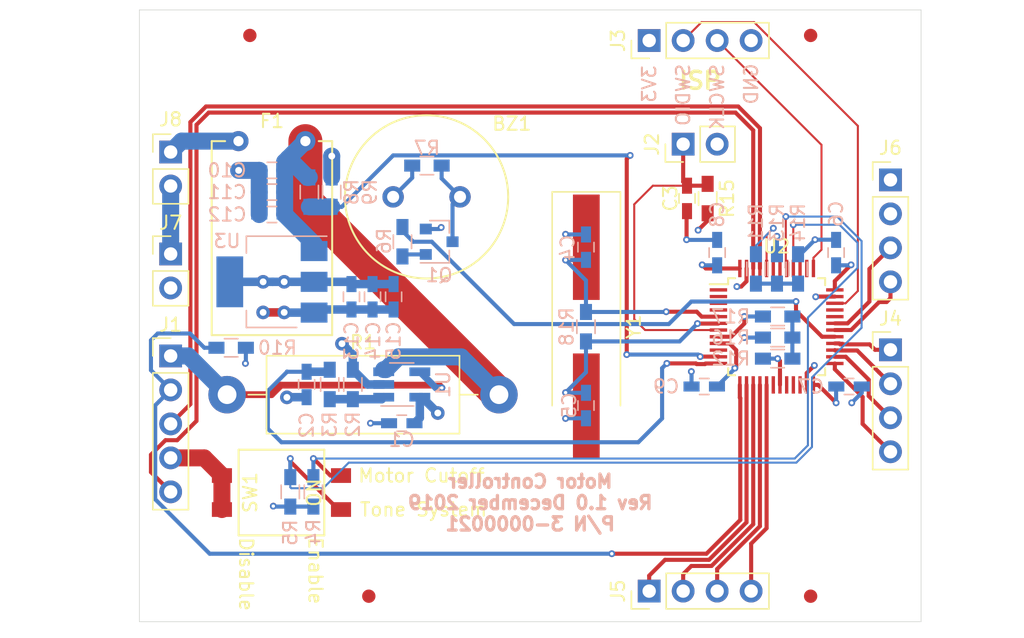
<source format=kicad_pcb>
(kicad_pcb (version 20171130) (host pcbnew "(5.1.7)-1")
  (title_block (title "Motor Paddle Electronics - NSSL EFM") (date 2019-12-03) (rev 1.0) (company "Leeman Geophysical LLC") (comment 1 "(479) 373-3736") (comment 2 "Siloam Springs, AR 72761") (comment 3 "850 South Lincoln St."))
  (layers (0 F.Cu signal) (1 In1.Cu signal hide) (2 In2.Cu signal hide) (31 B.Cu signal) (34 B.Paste user) (35 F.Paste user) (36 B.SilkS user) (37 F.SilkS user) (38 B.Mask user) (39 F.Mask user) (44 Edge.Cuts user))
  (net 0 "")
  (net 1 +3V3)
  (net 2 "Net-(BZ1-Pad2)")
  (net 3 GND)
  (net 4 Current_Sense)
  (net 5 /microcontroller/Reset)
  (net 6 "Net-(C4-Pad1)")
  (net 7 "Net-(C5-Pad1)")
  (net 8 +BATT)
  (net 9 "Net-(F1-Pad2)")
  (net 10 Motor_PWM)
  (net 11 Motor_Direction)
  (net 12 Motor_Encoder)
  (net 13 "Net-(J1-Pad1)")
  (net 14 /microcontroller/SWCLK)
  (net 15 /microcontroller/SWDIO)
  (net 16 "Net-(J4-Pad1)")
  (net 17 "Net-(J4-Pad2)")
  (net 18 "Net-(J4-Pad3)")
  (net 19 "Net-(J4-Pad4)")
  (net 20 "Net-(J5-Pad4)")
  (net 21 "Net-(J5-Pad3)")
  (net 22 "Net-(J5-Pad2)")
  (net 23 "Net-(J5-Pad1)")
  (net 24 UART1_TX)
  (net 25 UART1_RX)
  (net 26 "Net-(J7-Pad1)")
  (net 27 "Net-(Q1-Pad1)")
  (net 28 "Net-(R2-Pad1)")
  (net 29 Motor_Cutoff_Enable)
  (net 30 Tone_System_Enable)
  (net 31 Piezo)
  (net 32 VBAT_Sense)
  (net 33 "Net-(R11-Pad1)")
  (net 34 /microcontroller/Boot0)
  (net 35 /microcontroller/Boot1)
  (net 36 "Net-(R12-Pad1)")
  (module lib_fp:PS1240P02BT (layer F.Cu) (at 145.923 87.63)
    (fp_text reference BZ1 (at 6.37 -5.47) (layer F.SilkS))
    (fp_text value Piezo)
    (pad 1 thru_hole circle (at -2.5 0) (size 1.6 1.6) (drill 0.9) (layers *.Cu *.Mask) (net 1 +3V3))
    (pad 2 thru_hole circle (at 2.5 0) (size 1.6 1.6) (drill 0.9) (layers *.Cu *.Mask) (net 2 "Net-(BZ1-Pad2)"))
  )
  (module Capacitors_SMD:C_0603_HandSoldering (layer B.Cu) (at 144.0688 104.5464)
    (fp_text reference C1 (at 0 1.25) (layer B.SilkS) (effects (justify mirror)))
    (fp_text value 0.1u)
    (pad 1 smd rect (at -0.95 0) (size 1.2 0.75) (layers B.Cu B.Paste B.Mask) (net 3 GND))
    (pad 2 smd rect (at 0.95 0) (size 1.2 0.75) (layers B.Cu B.Paste B.Mask) (net 1 +3V3))
  )
  (module Capacitors_SMD:C_0603_HandSoldering (layer B.Cu) (at 136.9568 101.6508 90)
    (fp_text reference C2 (at -3.048 0 270) (layer B.SilkS) (effects (justify mirror)))
    (fp_text value 0.1u)
    (pad 1 smd rect (at -0.95 0 90) (size 1.2 0.75) (layers B.Cu B.Paste B.Mask) (net 3 GND))
    (pad 2 smd rect (at 0.95 0 90) (size 1.2 0.75) (layers B.Cu B.Paste B.Mask) (net 4 Current_Sense))
  )
  (module Capacitors_SMD:C_0603_HandSoldering (layer F.Cu) (at 165.387601 87.745599 90)
    (fp_text reference C3 (at 0 -1.25 90) (layer F.SilkS))
    (fp_text value 1u)
    (pad 1 smd rect (at -0.95 0 90) (size 1.2 0.75) (layers F.Cu F.Paste F.Mask) (net 3 GND))
    (pad 2 smd rect (at 0.95 0 90) (size 1.2 0.75) (layers F.Cu F.Paste F.Mask) (net 5 /microcontroller/Reset))
  )
  (module Capacitors_SMD:C_0603_HandSoldering (layer B.Cu) (at 157.8356 91.3892 90)
    (fp_text reference C4 (at -0.0508 -1.3716 90) (layer B.SilkS) (effects (justify mirror)))
    (fp_text value 20pF)
    (pad 2 smd rect (at 0.95 0 90) (size 1.2 0.75) (layers B.Cu B.Paste B.Mask) (net 3 GND))
    (pad 1 smd rect (at -0.95 0 90) (size 1.2 0.75) (layers B.Cu B.Paste B.Mask) (net 6 "Net-(C4-Pad1)"))
  )
  (module Capacitors_SMD:C_0603_HandSoldering (layer B.Cu) (at 157.8356 103.2256 270)
    (fp_text reference C5 (at 0 1.25 90) (layer B.SilkS) (effects (justify mirror)))
    (fp_text value 20pF)
    (pad 2 smd rect (at 0.95 0 270) (size 1.2 0.75) (layers B.Cu B.Paste B.Mask) (net 3 GND))
    (pad 1 smd rect (at -0.95 0 270) (size 1.2 0.75) (layers B.Cu B.Paste B.Mask) (net 7 "Net-(C5-Pad1)"))
  )
  (module Capacitors_SMD:C_0603_HandSoldering (layer B.Cu) (at 176.53 91.7956 90)
    (fp_text reference C6 (at 2.8956 0 90) (layer B.SilkS) (effects (justify mirror)))
    (fp_text value 0.1u)
    (pad 1 smd rect (at -0.95 0 90) (size 1.2 0.75) (layers B.Cu B.Paste B.Mask) (net 1 +3V3))
    (pad 2 smd rect (at 0.95 0 90) (size 1.2 0.75) (layers B.Cu B.Paste B.Mask) (net 3 GND))
  )
  (module Capacitors_SMD:C_0603_HandSoldering (layer B.Cu) (at 177.4952 101.8032)
    (fp_text reference C7 (at -2.8448 0) (layer B.SilkS) (effects (justify mirror)))
    (fp_text value 0.1u)
    (pad 2 smd rect (at 0.95 0) (size 1.2 0.75) (layers B.Cu B.Paste B.Mask) (net 3 GND))
    (pad 1 smd rect (at -0.95 0) (size 1.2 0.75) (layers B.Cu B.Paste B.Mask) (net 1 +3V3))
  )
  (module Capacitors_SMD:C_0603_HandSoldering (layer B.Cu) (at 167.64 91.7956 90)
    (fp_text reference C8 (at 2.8448 0 90) (layer B.SilkS) (effects (justify mirror)))
    (fp_text value 0.1u)
    (pad 1 smd rect (at -0.95 0 90) (size 1.2 0.75) (layers B.Cu B.Paste B.Mask) (net 1 +3V3))
    (pad 2 smd rect (at 0.95 0 90) (size 1.2 0.75) (layers B.Cu B.Paste B.Mask) (net 3 GND))
  )
  (module Capacitors_SMD:C_0603_HandSoldering (layer B.Cu) (at 166.6748 101.8032 180)
    (fp_text reference C9 (at 2.8448 0) (layer B.SilkS) (effects (justify mirror)))
    (fp_text value 0.1u)
    (pad 2 smd rect (at 0.95 0 180) (size 1.2 0.75) (layers B.Cu B.Paste B.Mask) (net 3 GND))
    (pad 1 smd rect (at -0.95 0 180) (size 1.2 0.75) (layers B.Cu B.Paste B.Mask) (net 1 +3V3))
  )
  (module Capacitors_SMD:C_0603_HandSoldering (layer B.Cu) (at 134.366 85.6488 180)
    (fp_text reference C10 (at 3.3528 0) (layer B.SilkS) (effects (justify mirror)))
    (fp_text value 10u)
    (pad 2 smd rect (at 0.95 0 180) (size 1.2 0.75) (layers B.Cu B.Paste B.Mask) (net 3 GND))
    (pad 1 smd rect (at -0.95 0 180) (size 1.2 0.75) (layers B.Cu B.Paste B.Mask) (net 8 +BATT))
  )
  (module Capacitors_SMD:C_0603_HandSoldering (layer B.Cu) (at 134.366 87.2744 180)
    (fp_text reference C11 (at 3.3528 0) (layer B.SilkS) (effects (justify mirror)))
    (fp_text value 1u)
    (pad 1 smd rect (at -0.95 0 180) (size 1.2 0.75) (layers B.Cu B.Paste B.Mask) (net 8 +BATT))
    (pad 2 smd rect (at 0.95 0 180) (size 1.2 0.75) (layers B.Cu B.Paste B.Mask) (net 3 GND))
  )
  (module Capacitors_SMD:C_0603_HandSoldering (layer B.Cu) (at 134.366 88.9508 180)
    (fp_text reference C12 (at 3.3528 0) (layer B.SilkS) (effects (justify mirror)))
    (fp_text value 0.1u)
    (pad 2 smd rect (at 0.95 0 180) (size 1.2 0.75) (layers B.Cu B.Paste B.Mask) (net 3 GND))
    (pad 1 smd rect (at -0.95 0 180) (size 1.2 0.75) (layers B.Cu B.Paste B.Mask) (net 8 +BATT))
  )
  (module Capacitors_SMD:C_0603_HandSoldering (layer B.Cu) (at 140.3096 95.0976 90)
    (fp_text reference C13 (at -3.302 0 270) (layer B.SilkS) (effects (justify mirror)))
    (fp_text value 10u)
    (pad 2 smd rect (at 0.95 0 90) (size 1.2 0.75) (layers B.Cu B.Paste B.Mask) (net 3 GND))
    (pad 1 smd rect (at -0.95 0 90) (size 1.2 0.75) (layers B.Cu B.Paste B.Mask) (net 1 +3V3))
  )
  (module Capacitors_SMD:C_0603_HandSoldering (layer B.Cu) (at 141.8844 95.0976 90)
    (fp_text reference C14 (at -3.302 0.0508 90) (layer B.SilkS) (effects (justify mirror)))
    (fp_text value 1u)
    (pad 1 smd rect (at -0.95 0 90) (size 1.2 0.75) (layers B.Cu B.Paste B.Mask) (net 1 +3V3))
    (pad 2 smd rect (at 0.95 0 90) (size 1.2 0.75) (layers B.Cu B.Paste B.Mask) (net 3 GND))
  )
  (module Capacitors_SMD:C_0603_HandSoldering (layer B.Cu) (at 143.4592 95.0976 90)
    (fp_text reference C15 (at -3.302 0 90) (layer B.SilkS) (effects (justify mirror)))
    (fp_text value 0.1u)
    (pad 2 smd rect (at 0.95 0 90) (size 1.2 0.75) (layers B.Cu B.Paste B.Mask) (net 3 GND))
    (pad 1 smd rect (at -0.95 0 90) (size 1.2 0.75) (layers B.Cu B.Paste B.Mask) (net 1 +3V3))
  )
  (module lib_fp:RGEF250 (layer F.Cu) (at 134.366 83.4644 180)
    (fp_text reference F1 (at 0 1.5) (layer F.SilkS))
    (fp_text value Polyfuse)
    (pad 1 thru_hole circle (at -2.5 0 180) (size 1.5 1.5) (drill 0.7605) (layers *.Cu *.Mask) (net 8 +BATT))
    (pad 2 thru_hole circle (at 2.5 0 180) (size 1.5 1.5) (drill 0.7605) (layers *.Cu *.Mask) (net 9 "Net-(F1-Pad2)"))
  )
  (module Fiducials:Fiducial_1mm_Dia_2.54mm_Outer_CopperTop (layer F.Cu) (at 132.715 75.565)
    (fp_text reference FID1 hide)
    (fp_text value Fiducial)
    (pad ~ smd circle (at 0 0) (size 1 1) (layers F.Cu F.Mask) (clearance 0.77))
  )
  (module Fiducials:Fiducial_1mm_Dia_2.54mm_Outer_CopperTop (layer F.Cu) (at 174.625 75.565)
    (fp_text reference FID2 hide)
    (fp_text value Fiducial)
    (pad ~ smd circle (at 0 0) (size 1 1) (layers F.Cu F.Mask) (clearance 0.77))
  )
  (module Fiducials:Fiducial_1mm_Dia_2.54mm_Outer_CopperTop (layer F.Cu) (at 174.625 117.475)
    (fp_text reference FID3 hide)
    (fp_text value Fiducial)
    (pad ~ smd circle (at 0 0) (size 1 1) (layers F.Cu F.Mask) (clearance 0.77))
  )
  (module Fiducials:Fiducial_1mm_Dia_2.54mm_Outer_CopperTop (layer F.Cu) (at 141.605 117.475)
    (fp_text reference FID4 hide)
    (fp_text value Fiducial)
    (pad ~ smd circle (at 0 0) (size 1 1) (layers F.Cu F.Mask) (clearance 0.77))
  )
  (module Mounting_Holes:MountingHole_3.2mm_M3_ISO7380 (layer F.Cu) (at 179.07 115.57)
    (fp_text reference H1 hide)
    (fp_text value MountingHole)
    (pad 1 np_thru_hole circle (at 0 0) (size 3.2 3.2) (drill 3.2) (layers *.Cu *.Mask))
  )
  (module Mounting_Holes:MountingHole_3.2mm_M3_ISO7380 (layer F.Cu) (at 128.27 115.57)
    (fp_text reference H2 hide)
    (fp_text value MountingHole)
    (pad 1 np_thru_hole circle (at 0 0) (size 3.2 3.2) (drill 3.2) (layers *.Cu *.Mask))
  )
  (module Mounting_Holes:MountingHole_3.2mm_M3_ISO7380 (layer F.Cu) (at 179.07 77.47)
    (fp_text reference H3 hide)
    (fp_text value MountingHole)
    (pad 1 np_thru_hole circle (at 0 0) (size 3.2 3.2) (drill 3.2) (layers *.Cu *.Mask))
  )
  (module Mounting_Holes:MountingHole_3.2mm_M3_ISO7380 (layer F.Cu) (at 128.27 77.47)
    (fp_text reference H4 hide)
    (fp_text value MountingHole)
    (pad 1 np_thru_hole circle (at 0 0) (size 3.2 3.2) (drill 3.2) (layers *.Cu *.Mask))
  )
  (module Pin_Headers:Pin_Header_Straight_1x05_Pitch2.54mm (layer F.Cu) (at 126.7968 99.5172)
    (fp_text reference J1 (at 0 -2.33) (layer F.SilkS))
    (fp_text value Motor)
    (pad 5 thru_hole oval (at 0 10.16) (size 1.7 1.7) (drill 1) (layers *.Cu *.Mask) (net 10 Motor_PWM))
    (pad 4 thru_hole oval (at 0 7.62) (size 1.7 1.7) (drill 1) (layers *.Cu *.Mask) (net 3 GND))
    (pad 3 thru_hole oval (at 0 5.08) (size 1.7 1.7) (drill 1) (layers *.Cu *.Mask) (net 11 Motor_Direction))
    (pad 2 thru_hole oval (at 0 2.54) (size 1.7 1.7) (drill 1) (layers *.Cu *.Mask) (net 12 Motor_Encoder))
    (pad 1 thru_hole rect (at 0 0) (size 1.7 1.7) (drill 1) (layers *.Cu *.Mask) (net 13 "Net-(J1-Pad1)"))
  )
  (module Pin_Headers:Pin_Header_Straight_1x02_Pitch2.54mm (layer F.Cu) (at 165.1 83.693 90)
    (fp_text reference J2 (at 0 -2.33 90) (layer F.SilkS))
    (fp_text value Conn_01x02)
    (pad 2 thru_hole oval (at 0 2.54 90) (size 1.7 1.7) (drill 1) (layers *.Cu *.Mask) (net 3 GND))
    (pad 1 thru_hole rect (at 0 0 90) (size 1.7 1.7) (drill 1) (layers *.Cu *.Mask) (net 5 /microcontroller/Reset))
  )
  (module Pin_Headers:Pin_Header_Straight_1x04_Pitch2.54mm (layer F.Cu) (at 162.56 75.946 90)
    (fp_text reference J3 (at 0 -2.33 90) (layer F.SilkS))
    (fp_text value ISP)
    (pad 4 thru_hole oval (at 0 7.62 90) (size 1.7 1.7) (drill 1) (layers *.Cu *.Mask) (net 3 GND))
    (pad 3 thru_hole oval (at 0 5.08 90) (size 1.7 1.7) (drill 1) (layers *.Cu *.Mask) (net 14 /microcontroller/SWCLK))
    (pad 2 thru_hole oval (at 0 2.54 90) (size 1.7 1.7) (drill 1) (layers *.Cu *.Mask) (net 15 /microcontroller/SWDIO))
    (pad 1 thru_hole rect (at 0 0 90) (size 1.7 1.7) (drill 1) (layers *.Cu *.Mask) (net 1 +3V3))
  )
  (module Pin_Headers:Pin_Header_Straight_1x04_Pitch2.54mm (layer F.Cu) (at 180.594 99.06)
    (fp_text reference J4 (at 0 -2.33) (layer F.SilkS))
    (fp_text value "Spares 2")
    (pad 1 thru_hole rect (at 0 0) (size 1.7 1.7) (drill 1) (layers *.Cu *.Mask) (net 16 "Net-(J4-Pad1)"))
    (pad 2 thru_hole oval (at 0 2.54) (size 1.7 1.7) (drill 1) (layers *.Cu *.Mask) (net 17 "Net-(J4-Pad2)"))
    (pad 3 thru_hole oval (at 0 5.08) (size 1.7 1.7) (drill 1) (layers *.Cu *.Mask) (net 18 "Net-(J4-Pad3)"))
    (pad 4 thru_hole oval (at 0 7.62) (size 1.7 1.7) (drill 1) (layers *.Cu *.Mask) (net 19 "Net-(J4-Pad4)"))
  )
  (module Pin_Headers:Pin_Header_Straight_1x04_Pitch2.54mm (layer F.Cu) (at 162.56 117.094 90)
    (fp_text reference J5 (at 0 -2.33 90) (layer F.SilkS))
    (fp_text value "Spares 1")
    (pad 4 thru_hole oval (at 0 7.62 90) (size 1.7 1.7) (drill 1) (layers *.Cu *.Mask) (net 20 "Net-(J5-Pad4)"))
    (pad 3 thru_hole oval (at 0 5.08 90) (size 1.7 1.7) (drill 1) (layers *.Cu *.Mask) (net 21 "Net-(J5-Pad3)"))
    (pad 2 thru_hole oval (at 0 2.54 90) (size 1.7 1.7) (drill 1) (layers *.Cu *.Mask) (net 22 "Net-(J5-Pad2)"))
    (pad 1 thru_hole rect (at 0 0 90) (size 1.7 1.7) (drill 1) (layers *.Cu *.Mask) (net 23 "Net-(J5-Pad1)"))
  )
  (module Pin_Headers:Pin_Header_Straight_1x04_Pitch2.54mm (layer F.Cu) (at 180.594 86.36)
    (fp_text reference J6 (at 0 -2.3876) (layer F.SilkS))
    (fp_text value UART1)
    (pad 1 thru_hole rect (at 0 0) (size 1.7 1.7) (drill 1) (layers *.Cu *.Mask) (net 3 GND))
    (pad 2 thru_hole oval (at 0 2.54) (size 1.7 1.7) (drill 1) (layers *.Cu *.Mask))
    (pad 3 thru_hole oval (at 0 5.08) (size 1.7 1.7) (drill 1) (layers *.Cu *.Mask) (net 25 UART1_RX))
    (pad 4 thru_hole oval (at 0 7.62) (size 1.7 1.7) (drill 1) (layers *.Cu *.Mask) (net 24 UART1_TX))
  )
  (module Pin_Headers:Pin_Header_Straight_1x02_Pitch2.54mm (layer F.Cu) (at 126.7968 91.8972)
    (fp_text reference J7 (at 0 -2.33) (layer F.SilkS))
    (fp_text value Battery)
    (pad 1 thru_hole rect (at 0 0) (size 1.7 1.7) (drill 1) (layers *.Cu *.Mask) (net 26 "Net-(J7-Pad1)"))
    (pad 2 thru_hole oval (at 0 2.54) (size 1.7 1.7) (drill 1) (layers *.Cu *.Mask) (net 3 GND))
  )
  (module Pin_Headers:Pin_Header_Straight_1x02_Pitch2.54mm (layer F.Cu) (at 126.7968 84.2772)
    (fp_text reference J8 (at 0 -2.4384) (layer F.SilkS))
    (fp_text value "External Power Switch")
    (pad 2 thru_hole oval (at 0 2.54) (size 1.7 1.7) (drill 1) (layers *.Cu *.Mask) (net 26 "Net-(J7-Pad1)"))
    (pad 1 thru_hole rect (at 0 0) (size 1.7 1.7) (drill 1) (layers *.Cu *.Mask) (net 9 "Net-(F1-Pad2)"))
  )
  (module TO_SOT_Packages_SMD:SOT-23 (layer B.Cu) (at 146.8628 90.9828)
    (fp_text reference Q1 (at 0 2.5) (layer B.SilkS) (effects (justify mirror)))
    (fp_text value MMBT3904)
    (pad 3 smd rect (at 1 0) (size 0.9 0.8) (layers B.Cu B.Paste B.Mask) (net 2 "Net-(BZ1-Pad2)"))
    (pad 2 smd rect (at -1 -0.95) (size 0.9 0.8) (layers B.Cu B.Paste B.Mask) (net 3 GND))
    (pad 1 smd rect (at -1 0.95) (size 0.9 0.8) (layers B.Cu B.Paste B.Mask) (net 27 "Net-(Q1-Pad1)"))
  )
  (module Resistors_THT:R_Axial_DIN0614_L14.3mm_D5.7mm_P20.32mm_Horizontal (layer F.Cu) (at 131.0132 102.4128)
    (fp_text reference R1 (at 10.16 -3.91) (layer F.SilkS))
    (fp_text value 1)
    (pad 2 thru_hole oval (at 20.32 0) (size 2.8 2.8) (drill 1.4) (layers *.Cu *.Mask) (net 8 +BATT))
    (pad 1 thru_hole circle (at 0 0) (size 2.8 2.8) (drill 1.4) (layers *.Cu *.Mask) (net 13 "Net-(J1-Pad1)"))
  )
  (module Resistors_SMD:R_0603_HandSoldering (layer B.Cu) (at 140.4112 101.6508 90)
    (fp_text reference R2 (at -2.9972 0 270) (layer B.SilkS) (effects (justify mirror)))
    (fp_text value 10k)
    (pad 2 smd rect (at 1.1 0 90) (size 1.2 0.9) (layers B.Cu B.Paste B.Mask) (net 3 GND))
    (pad 1 smd rect (at -1.1 0 90) (size 1.2 0.9) (layers B.Cu B.Paste B.Mask) (net 28 "Net-(R2-Pad1)"))
  )
  (module Resistors_SMD:R_0603_HandSoldering (layer B.Cu) (at 138.684 101.6508 90)
    (fp_text reference R3 (at -2.9972 0 270) (layer B.SilkS) (effects (justify mirror)))
    (fp_text value 1M)
    (pad 1 smd rect (at -1.1 0 90) (size 1.2 0.9) (layers B.Cu B.Paste B.Mask) (net 28 "Net-(R2-Pad1)"))
    (pad 2 smd rect (at 1.1 0 90) (size 1.2 0.9) (layers B.Cu B.Paste B.Mask) (net 4 Current_Sense))
  )
  (module Resistors_SMD:R_0603_HandSoldering (layer B.Cu) (at 137.4648 109.6772 90)
    (fp_text reference R4 (at -2.9972 0 90) (layer B.SilkS) (effects (justify mirror)))
    (fp_text value 10k)
    (pad 1 smd rect (at -1.1 0 90) (size 1.2 0.9) (layers B.Cu B.Paste B.Mask) (net 1 +3V3))
    (pad 2 smd rect (at 1.1 0 90) (size 1.2 0.9) (layers B.Cu B.Paste B.Mask) (net 29 Motor_Cutoff_Enable))
  )
  (module Resistors_SMD:R_0603_HandSoldering (layer B.Cu) (at 135.7376 109.6772 90)
    (fp_text reference R5 (at -3.048 0 90) (layer B.SilkS) (effects (justify mirror)))
    (fp_text value 10k)
    (pad 2 smd rect (at 1.1 0 90) (size 1.2 0.9) (layers B.Cu B.Paste B.Mask) (net 30 Tone_System_Enable))
    (pad 1 smd rect (at -1.1 0 90) (size 1.2 0.9) (layers B.Cu B.Paste B.Mask) (net 1 +3V3))
  )
  (module Resistors_SMD:R_0603_HandSoldering (layer B.Cu) (at 144.1196 90.9828 90)
    (fp_text reference R6 (at 0.0508 -1.3716 90) (layer B.SilkS) (effects (justify mirror)))
    (fp_text value 1k)
    (pad 2 smd rect (at 1.1 0 90) (size 1.2 0.9) (layers B.Cu B.Paste B.Mask) (net 31 Piezo))
    (pad 1 smd rect (at -1.1 0 90) (size 1.2 0.9) (layers B.Cu B.Paste B.Mask) (net 27 "Net-(Q1-Pad1)"))
  )
  (module Resistors_SMD:R_0603_HandSoldering (layer B.Cu) (at 145.9484 85.2932)
    (fp_text reference R7 (at 0 -1.3208) (layer B.SilkS) (effects (justify mirror)))
    (fp_text value 1k)
    (pad 1 smd rect (at -1.1 0) (size 1.2 0.9) (layers B.Cu B.Paste B.Mask) (net 1 +3V3))
    (pad 2 smd rect (at 1.1 0) (size 1.2 0.9) (layers B.Cu B.Paste B.Mask) (net 2 "Net-(BZ1-Pad2)"))
  )
  (module Resistors_SMD:R_0603_HandSoldering (layer B.Cu) (at 137.16 87.2744 270)
    (fp_text reference R8 (at 0 -3.1496 90) (layer B.SilkS) (effects (justify mirror)))
    (fp_text value 27k)
    (pad 1 smd rect (at -1.1 0 270) (size 1.2 0.9) (layers B.Cu B.Paste B.Mask) (net 8 +BATT))
    (pad 2 smd rect (at 1.1 0 270) (size 1.2 0.9) (layers B.Cu B.Paste B.Mask) (net 32 VBAT_Sense))
  )
  (module Resistors_SMD:R_0603_HandSoldering (layer B.Cu) (at 138.828599 87.275399 90)
    (fp_text reference R9 (at 0.000999 2.852601 90) (layer B.SilkS) (effects (justify mirror)))
    (fp_text value 10k)
    (pad 2 smd rect (at 1.1 0 90) (size 1.2 0.9) (layers B.Cu B.Paste B.Mask) (net 3 GND))
    (pad 1 smd rect (at -1.1 0 90) (size 1.2 0.9) (layers B.Cu B.Paste B.Mask) (net 32 VBAT_Sense))
  )
  (module Resistors_SMD:R_0603_HandSoldering (layer B.Cu) (at 131.318 98.9076 180)
    (fp_text reference R10 (at -3.4544 0) (layer B.SilkS) (effects (justify mirror)))
    (fp_text value NP)
    (pad 2 smd rect (at 1.1 0 180) (size 1.2 0.9) (layers B.Cu B.Paste B.Mask) (net 12 Motor_Encoder))
    (pad 1 smd rect (at -1.1 0 180) (size 1.2 0.9) (layers B.Cu B.Paste B.Mask) (net 1 +3V3))
  )
  (module Resistors_SMD:R_0603_HandSoldering (layer B.Cu) (at 170.5356 93.0148 90)
    (fp_text reference R11 (at 3.4544 0 90) (layer B.SilkS) (effects (justify mirror)))
    (fp_text value 100k)
    (pad 1 smd rect (at -1.1 0 90) (size 1.2 0.9) (layers B.Cu B.Paste B.Mask) (net 33 "Net-(R11-Pad1)"))
    (pad 2 smd rect (at 1.1 0 90) (size 1.2 0.9) (layers B.Cu B.Paste B.Mask) (net 34 /microcontroller/Boot0))
  )
  (module Resistors_SMD:R_0603_HandSoldering (layer B.Cu) (at 172.1612 99.7204 180)
    (fp_text reference R12 (at 3.5052 0) (layer B.SilkS) (effects (justify mirror)))
    (fp_text value 100k)
    (pad 2 smd rect (at 1.1 0 180) (size 1.2 0.9) (layers B.Cu B.Paste B.Mask) (net 35 /microcontroller/Boot1))
    (pad 1 smd rect (at -1.1 0 180) (size 1.2 0.9) (layers B.Cu B.Paste B.Mask) (net 36 "Net-(R12-Pad1)"))
  )
  (module Resistors_SMD:R_0603_HandSoldering (layer B.Cu) (at 172.1104 93.0148 90)
    (fp_text reference R13 (at 3.4544 0 90) (layer B.SilkS) (effects (justify mirror)))
    (fp_text value NP)
    (pad 2 smd rect (at 1.1 0 90) (size 1.2 0.9) (layers B.Cu B.Paste B.Mask) (net 1 +3V3))
    (pad 1 smd rect (at -1.1 0 90) (size 1.2 0.9) (layers B.Cu B.Paste B.Mask) (net 33 "Net-(R11-Pad1)"))
  )
  (module Resistors_SMD:R_0603_HandSoldering (layer B.Cu) (at 173.6852 93.0148 270)
    (fp_text reference R14 (at -3.4544 0 90) (layer B.SilkS) (effects (justify mirror)))
    (fp_text value 0R0)
    (pad 2 smd rect (at 1.1 0 270) (size 1.2 0.9) (layers B.Cu B.Paste B.Mask) (net 33 "Net-(R11-Pad1)"))
    (pad 1 smd rect (at -1.1 0 270) (size 1.2 0.9) (layers B.Cu B.Paste B.Mask) (net 3 GND))
  )
  (module Resistors_SMD:R_0603_HandSoldering (layer F.Cu) (at 166.9288 87.757 270)
    (fp_text reference R15 (at 0 -1.45 90) (layer F.SilkS))
    (fp_text value 10k)
    (pad 2 smd rect (at 1.1 0 270) (size 1.2 0.9) (layers F.Cu F.Paste F.Mask) (net 1 +3V3))
    (pad 1 smd rect (at -1.1 0 270) (size 1.2 0.9) (layers F.Cu F.Paste F.Mask) (net 5 /microcontroller/Reset))
  )
  (module Resistors_SMD:R_0603_HandSoldering (layer B.Cu) (at 172.1612 98.1456 180)
    (fp_text reference R16 (at 3.5052 0) (layer B.SilkS) (effects (justify mirror)))
    (fp_text value NP)
    (pad 1 smd rect (at -1.1 0 180) (size 1.2 0.9) (layers B.Cu B.Paste B.Mask) (net 36 "Net-(R12-Pad1)"))
    (pad 2 smd rect (at 1.1 0 180) (size 1.2 0.9) (layers B.Cu B.Paste B.Mask) (net 1 +3V3))
  )
  (module Resistors_SMD:R_0603_HandSoldering (layer B.Cu) (at 172.1612 96.5708)
    (fp_text reference R17 (at -3.5052 0) (layer B.SilkS) (effects (justify mirror)))
    (fp_text value 0R0)
    (pad 1 smd rect (at -1.1 0) (size 1.2 0.9) (layers B.Cu B.Paste B.Mask) (net 3 GND))
    (pad 2 smd rect (at 1.1 0) (size 1.2 0.9) (layers B.Cu B.Paste B.Mask) (net 36 "Net-(R12-Pad1)"))
  )
  (module Resistors_SMD:R_0603_HandSoldering (layer B.Cu) (at 157.8356 97.3328 270)
    (fp_text reference R18 (at 0 1.45 90) (layer B.SilkS) (effects (justify mirror)))
    (fp_text value 1M)
    (pad 1 smd rect (at -1.1 0 270) (size 1.2 0.9) (layers B.Cu B.Paste B.Mask) (net 6 "Net-(C4-Pad1)"))
    (pad 2 smd rect (at 1.1 0 270) (size 1.2 0.9) (layers B.Cu B.Paste B.Mask) (net 7 "Net-(C5-Pad1)"))
  )
  (module lib_fp:KAE02LGGR (layer F.Cu) (at 135.0772 109.728 270)
    (fp_text reference SW1 (at 0 2.3368 270) (layer F.SilkS))
    (fp_text value Configuration)
    (fp_text user ON (at 0 -2.4384 90) (layer F.SilkS))
    (pad 1 smd rect (at -1.27 4.45 270) (size 1.1 1.5) (layers F.Cu F.Paste F.Mask) (net 3 GND))
    (pad 2 smd rect (at 1.27 4.45 270) (size 1.1 1.5) (layers F.Cu F.Paste F.Mask) (net 3 GND))
    (pad 3 smd rect (at 1.27 -4.45 270) (size 1.1 1.5) (layers F.Cu F.Paste F.Mask) (net 30 Tone_System_Enable))
    (pad 4 smd rect (at -1.27 -4.45 270) (size 1.1 1.5) (layers F.Cu F.Paste F.Mask) (net 29 Motor_Cutoff_Enable))
  )
  (module TO_SOT_Packages_SMD:SOT-23-5_HandSoldering (layer B.Cu) (at 144.0688 101.6508)
    (fp_text reference U1 (at 3.0988 0 270) (layer B.SilkS) (effects (justify mirror)))
    (fp_text value INA169)
    (pad 5 smd rect (at 1.35 0.95) (size 1.56 0.65) (layers B.Cu B.Paste B.Mask) (net 1 +3V3))
    (pad 4 smd rect (at 1.35 -0.95) (size 1.56 0.65) (layers B.Cu B.Paste B.Mask) (net 13 "Net-(J1-Pad1)"))
    (pad 3 smd rect (at -1.35 -0.95) (size 1.56 0.65) (layers B.Cu B.Paste B.Mask) (net 8 +BATT))
    (pad 2 smd rect (at -1.35 0) (size 1.56 0.65) (layers B.Cu B.Paste B.Mask) (net 3 GND))
    (pad 1 smd rect (at -1.35 0.95) (size 1.56 0.65) (layers B.Cu B.Paste B.Mask) (net 28 "Net-(R2-Pad1)"))
  )
  (module Housings_QFP:LQFP-48_7x7mm_Pitch0.5mm (layer F.Cu) (at 172.085 97.3328)
    (fp_text reference U2 (at 0 -6) (layer F.SilkS))
    (fp_text value STM32F103CBT6)
    (pad 48 smd rect (at -2.75 -4.35 90) (size 1.3 0.25) (layers F.Cu F.Paste F.Mask) (net 1 +3V3))
    (pad 47 smd rect (at -2.25 -4.35 90) (size 1.3 0.25) (layers F.Cu F.Paste F.Mask) (net 3 GND))
    (pad 46 smd rect (at -1.75 -4.35 90) (size 1.3 0.25) (layers F.Cu F.Paste F.Mask) (net 10 Motor_PWM))
    (pad 45 smd rect (at -1.25 -4.35 90) (size 1.3 0.25) (layers F.Cu F.Paste F.Mask) (net 11 Motor_Direction))
    (pad 44 smd rect (at -0.75 -4.35 90) (size 1.3 0.25) (layers F.Cu F.Paste F.Mask) (net 34 /microcontroller/Boot0))
    (pad 43 smd rect (at -0.25 -4.35 90) (size 1.3 0.25) (layers F.Cu F.Paste F.Mask))
    (pad 42 smd rect (at 0.25 -4.35 90) (size 1.3 0.25) (layers F.Cu F.Paste F.Mask))
    (pad 41 smd rect (at 0.75 -4.35 90) (size 1.3 0.25) (layers F.Cu F.Paste F.Mask) (net 30 Tone_System_Enable))
    (pad 40 smd rect (at 1.25 -4.35 90) (size 1.3 0.25) (layers F.Cu F.Paste F.Mask) (net 29 Motor_Cutoff_Enable))
    (pad 39 smd rect (at 1.75 -4.35 90) (size 1.3 0.25) (layers F.Cu F.Paste F.Mask))
    (pad 38 smd rect (at 2.25 -4.35 90) (size 1.3 0.25) (layers F.Cu F.Paste F.Mask))
    (pad 37 smd rect (at 2.75 -4.35 90) (size 1.3 0.25) (layers F.Cu F.Paste F.Mask) (net 14 /microcontroller/SWCLK))
    (pad 36 smd rect (at 4.35 -2.75) (size 1.3 0.25) (layers F.Cu F.Paste F.Mask) (net 1 +3V3))
    (pad 35 smd rect (at 4.35 -2.25) (size 1.3 0.25) (layers F.Cu F.Paste F.Mask) (net 3 GND))
    (pad 34 smd rect (at 4.35 -1.75) (size 1.3 0.25) (layers F.Cu F.Paste F.Mask) (net 15 /microcontroller/SWDIO))
    (pad 33 smd rect (at 4.35 -1.25) (size 1.3 0.25) (layers F.Cu F.Paste F.Mask))
    (pad 32 smd rect (at 4.35 -0.75) (size 1.3 0.25) (layers F.Cu F.Paste F.Mask))
    (pad 31 smd rect (at 4.35 -0.25) (size 1.3 0.25) (layers F.Cu F.Paste F.Mask) (net 25 UART1_RX))
    (pad 30 smd rect (at 4.35 0.25) (size 1.3 0.25) (layers F.Cu F.Paste F.Mask) (net 24 UART1_TX))
    (pad 29 smd rect (at 4.35 0.75) (size 1.3 0.25) (layers F.Cu F.Paste F.Mask) (net 31 Piezo))
    (pad 28 smd rect (at 4.35 1.25) (size 1.3 0.25) (layers F.Cu F.Paste F.Mask) (net 16 "Net-(J4-Pad1)"))
    (pad 27 smd rect (at 4.35 1.75) (size 1.3 0.25) (layers F.Cu F.Paste F.Mask) (net 17 "Net-(J4-Pad2)"))
    (pad 26 smd rect (at 4.35 2.25) (size 1.3 0.25) (layers F.Cu F.Paste F.Mask) (net 18 "Net-(J4-Pad3)"))
    (pad 25 smd rect (at 4.35 2.75) (size 1.3 0.25) (layers F.Cu F.Paste F.Mask) (net 19 "Net-(J4-Pad4)"))
    (pad 24 smd rect (at 2.75 4.35 90) (size 1.3 0.25) (layers F.Cu F.Paste F.Mask) (net 1 +3V3))
    (pad 23 smd rect (at 2.25 4.35 90) (size 1.3 0.25) (layers F.Cu F.Paste F.Mask) (net 3 GND))
    (pad 22 smd rect (at 1.75 4.35 90) (size 1.3 0.25) (layers F.Cu F.Paste F.Mask))
    (pad 21 smd rect (at 1.25 4.35 90) (size 1.3 0.25) (layers F.Cu F.Paste F.Mask))
    (pad 20 smd rect (at 0.75 4.35 90) (size 1.3 0.25) (layers F.Cu F.Paste F.Mask))
    (pad 19 smd rect (at 0.25 4.35 90) (size 1.3 0.25) (layers F.Cu F.Paste F.Mask) (net 35 /microcontroller/Boot1))
    (pad 18 smd rect (at -0.25 4.35 90) (size 1.3 0.25) (layers F.Cu F.Paste F.Mask))
    (pad 17 smd rect (at -0.75 4.35 90) (size 1.3 0.25) (layers F.Cu F.Paste F.Mask) (net 20 "Net-(J5-Pad4)"))
    (pad 16 smd rect (at -1.25 4.35 90) (size 1.3 0.25) (layers F.Cu F.Paste F.Mask) (net 21 "Net-(J5-Pad3)"))
    (pad 15 smd rect (at -1.75 4.35 90) (size 1.3 0.25) (layers F.Cu F.Paste F.Mask) (net 22 "Net-(J5-Pad2)"))
    (pad 14 smd rect (at -2.25 4.35 90) (size 1.3 0.25) (layers F.Cu F.Paste F.Mask) (net 23 "Net-(J5-Pad1)"))
    (pad 13 smd rect (at -2.75 4.35 90) (size 1.3 0.25) (layers F.Cu F.Paste F.Mask) (net 12 Motor_Encoder))
    (pad 12 smd rect (at -4.35 2.75) (size 1.3 0.25) (layers F.Cu F.Paste F.Mask) (net 4 Current_Sense))
    (pad 11 smd rect (at -4.35 2.25) (size 1.3 0.25) (layers F.Cu F.Paste F.Mask) (net 32 VBAT_Sense))
    (pad 10 smd rect (at -4.35 1.75) (size 1.3 0.25) (layers F.Cu F.Paste F.Mask))
    (pad 9 smd rect (at -4.35 1.25) (size 1.3 0.25) (layers F.Cu F.Paste F.Mask) (net 1 +3V3))
    (pad 8 smd rect (at -4.35 0.75) (size 1.3 0.25) (layers F.Cu F.Paste F.Mask) (net 3 GND))
    (pad 7 smd rect (at -4.35 0.25) (size 1.3 0.25) (layers F.Cu F.Paste F.Mask) (net 5 /microcontroller/Reset))
    (pad 6 smd rect (at -4.35 -0.25) (size 1.3 0.25) (layers F.Cu F.Paste F.Mask) (net 7 "Net-(C5-Pad1)"))
    (pad 5 smd rect (at -4.35 -0.75) (size 1.3 0.25) (layers F.Cu F.Paste F.Mask) (net 6 "Net-(C4-Pad1)"))
    (pad 4 smd rect (at -4.35 -1.25) (size 1.3 0.25) (layers F.Cu F.Paste F.Mask))
    (pad 3 smd rect (at -4.35 -1.75) (size 1.3 0.25) (layers F.Cu F.Paste F.Mask))
    (pad 2 smd rect (at -4.35 -2.25) (size 1.3 0.25) (layers F.Cu F.Paste F.Mask))
    (pad 1 smd rect (at -4.35 -2.75) (size 1.3 0.25) (layers F.Cu F.Paste F.Mask))
  )
  (module TO_SOT_Packages_SMD:SOT-223-3_TabPin2 (layer B.Cu) (at 134.366 93.98 180)
    (fp_text reference U3 (at 3.3528 3.048) (layer B.SilkS) (effects (justify mirror)))
    (fp_text value LT1521-3.3)
    (pad 1 smd rect (at -3.15 2.3 180) (size 2 1.5) (layers B.Cu B.Paste B.Mask) (net 8 +BATT))
    (pad 3 smd rect (at -3.15 -2.3 180) (size 2 1.5) (layers B.Cu B.Paste B.Mask) (net 1 +3V3))
    (pad 2 smd rect (at -3.15 0 180) (size 2 1.5) (layers B.Cu B.Paste B.Mask) (net 3 GND))
    (pad 2 smd rect (at 3.15 0 180) (size 2 3.8) (layers B.Cu B.Paste B.Mask) (net 3 GND))
  )
  (module Crystals:Crystal_SMD_HC49-SD_HandSoldering (layer F.Cu) (at 157.861 97.3328 270)
    (fp_text reference Y1 (at 0 -3.55 90) (layer F.SilkS))
    (fp_text value 8MHz)
    (pad 2 smd rect (at 5.9375 0 270) (size 7.875 2) (layers F.Cu F.Paste F.Mask) (net 7 "Net-(C5-Pad1)"))
    (pad 1 smd rect (at -5.9375 0 270) (size 7.875 2) (layers F.Cu F.Paste F.Mask) (net 6 "Net-(C4-Pad1)"))
  )
  (module lib_fp:barepcb (layer F.Cu) (at 117.602 75.184)
    (fp_text reference PCB1)
    (fp_text value barepcb)
  )
  (gr_text "Motor Controller\nRev 1.0 December 2019\nP/N 3-0000021" (at 153.67 110.49) (layer B.SilkS) (effects (font (size 0.9906 0.9906) (thickness 0.24765)) (justify mirror)))
  (gr_text 3V3 (at 162.56 79.1972 90) (layer B.SilkS) (effects (font (size 1 1)) (justify mirror)))
  (gr_text SWDIO (at 165.1 80.01 90) (layer B.SilkS) (effects (font (size 1 1)) (justify mirror)))
  (gr_text SWCLK (at 167.64 80.1624 90) (layer B.SilkS) (effects (font (size 1 1)) (justify mirror)))
  (gr_text GND (at 170.18 79.1972 90) (layer B.SilkS) (effects (font (size 1 1)) (justify mirror)))
  (gr_text ISP (at 166.37 78.9432) (layer F.SilkS) (effects (font (size 1.27 1.27) (thickness 0.254))))
  (gr_text "Tone System" (at 145.6944 110.998) (layer F.SilkS) (effects (font (size 1 1))))
  (gr_text "Motor Cutoff" (at 145.542 108.458) (layer F.SilkS) (effects (font (size 1 1))))
  (gr_text Disable (at 132.4356 115.824 270) (layer F.SilkS) (effects (font (size 1 1))))
  (gr_text Enable (at 137.6172 115.57 270) (layer F.SilkS) (effects (font (size 1 1))))
  (gr_line (start 124.46 119.38) (end 124.46 73.66) (layer Edge.Cuts) (width 0.05))
  (gr_line (start 182.88 119.38) (end 124.46 119.38) (layer Edge.Cuts) (width 0.05))
  (gr_line (start 182.88 73.66) (end 182.88 119.38) (layer Edge.Cuts) (width 0.05))
  (gr_line (start 124.46 73.66) (end 182.88 73.66) (layer Edge.Cuts) (width 0.05))
  (via (at 176.53 103.0224) (size 0.508) (drill 0.254) (layers F.Cu B.Cu) (net 1))
  (segment (start 174.835 101.6828) (end 175.1904 101.6828) (width 0.3048) (layer F.Cu) (net 1))
  (segment (start 175.1904 101.6828) (end 176.53 103.0224) (width 0.3048) (layer F.Cu) (net 1))
  (segment (start 176.53 101.8184) (end 176.5452 101.8032) (width 0.3048) (layer B.Cu) (net 1))
  (segment (start 176.53 103.0224) (end 176.53 101.8184) (width 0.3048) (layer B.Cu) (net 1))
  (via (at 177.6476 92.71) (size 0.508) (drill 0.254) (layers F.Cu B.Cu) (net 1))
  (segment (start 176.53 92.7456) (end 177.612 92.7456) (width 0.3048) (layer B.Cu) (net 1))
  (segment (start 177.612 92.7456) (end 177.6476 92.71) (width 0.3048) (layer B.Cu) (net 1))
  (via (at 166.2176 90.1192) (size 0.508) (drill 0.254) (layers F.Cu B.Cu) (net 1))
  (segment (start 166.9288 88.857) (end 166.9288 89.408) (width 0.3048) (layer F.Cu) (net 1))
  (segment (start 166.9288 89.408) (end 166.2176 90.1192) (width 0.3048) (layer F.Cu) (net 1))
  (via (at 172.1104 90.5764) (size 0.508) (drill 0.254) (layers F.Cu B.Cu) (net 1))
  (segment (start 172.1104 91.9148) (end 172.1104 90.5764) (width 0.3048) (layer B.Cu) (net 1))
  (via (at 166.5224 92.71) (size 0.508) (drill 0.254) (layers F.Cu B.Cu) (net 1))
  (segment (start 167.64 92.7456) (end 166.558 92.7456) (width 0.3048) (layer B.Cu) (net 1))
  (segment (start 166.558 92.7456) (end 166.5224 92.71) (width 0.3048) (layer B.Cu) (net 1))
  (segment (start 166.7952 92.9828) (end 166.5224 92.71) (width 0.3048) (layer F.Cu) (net 1))
  (segment (start 169.335 92.9828) (end 166.7952 92.9828) (width 0.3048) (layer F.Cu) (net 1))
  (segment (start 144.8484 86.2046) (end 143.423 87.63) (width 0.3048) (layer B.Cu) (net 1))
  (segment (start 144.8484 85.2932) (end 144.8484 86.2046) (width 0.3048) (layer B.Cu) (net 1))
  (segment (start 143.4592 96.0476) (end 141.8844 96.0476) (width 0.635) (layer B.Cu) (net 1))
  (segment (start 141.8844 96.0476) (end 140.3096 96.0476) (width 0.635) (layer B.Cu) (net 1))
  (segment (start 137.7484 96.0476) (end 137.516 96.28) (width 0.635) (layer B.Cu) (net 1))
  (segment (start 140.3096 96.0476) (end 137.7484 96.0476) (width 0.635) (layer B.Cu) (net 1))
  (via (at 135.2804 96.266) (size 1.016) (drill 0.508) (layers F.Cu B.Cu) (net 1))
  (segment (start 137.516 96.28) (end 135.2944 96.28) (width 0.635) (layer B.Cu) (net 1))
  (segment (start 135.2944 96.28) (end 135.2804 96.266) (width 0.635) (layer B.Cu) (net 1))
  (via (at 133.7056 96.266) (size 1.016) (drill 0.508) (layers F.Cu B.Cu) (net 1))
  (segment (start 135.2804 96.266) (end 133.7056 96.266) (width 0.635) (layer F.Cu) (net 1))
  (segment (start 145.4188 104.1464) (end 145.0188 104.5464) (width 0.635) (layer B.Cu) (net 1))
  (segment (start 145.4188 102.6008) (end 145.4188 104.1464) (width 0.635) (layer B.Cu) (net 1))
  (via (at 146.7612 103.7844) (size 1.016) (drill 0.508) (layers F.Cu B.Cu) (net 1))
  (segment (start 145.4188 102.6008) (end 145.5776 102.6008) (width 0.635) (layer B.Cu) (net 1))
  (segment (start 145.5776 102.6008) (end 146.7612 103.7844) (width 0.635) (layer B.Cu) (net 1))
  (segment (start 137.4648 110.7772) (end 135.7376 110.7772) (width 0.3048) (layer B.Cu) (net 1))
  (via (at 134.4676 110.744) (size 0.508) (drill 0.254) (layers F.Cu B.Cu) (net 1))
  (segment (start 135.7376 110.7772) (end 134.5008 110.7772) (width 0.3048) (layer B.Cu) (net 1))
  (segment (start 134.5008 110.7772) (end 134.4676 110.744) (width 0.3048) (layer B.Cu) (net 1))
  (segment (start 176.435 93.9226) (end 177.6476 92.71) (width 0.3048) (layer F.Cu) (net 1))
  (segment (start 176.435 94.5828) (end 176.435 93.9226) (width 0.3048) (layer F.Cu) (net 1))
  (segment (start 168.558642 98.5828) (end 169.0624 99.086558) (width 0.3048) (layer F.Cu) (net 1))
  (segment (start 167.735 98.5828) (end 168.558642 98.5828) (width 0.3048) (layer F.Cu) (net 1))
  (via (at 168.9608 100.4316) (size 0.508) (drill 0.254) (layers F.Cu B.Cu) (net 1))
  (segment (start 169.0624 99.086558) (end 169.0624 100.33) (width 0.3048) (layer F.Cu) (net 1))
  (segment (start 169.0624 100.33) (end 168.9608 100.4316) (width 0.3048) (layer F.Cu) (net 1))
  (segment (start 168.9608 100.4672) (end 167.6248 101.8032) (width 0.3048) (layer B.Cu) (net 1))
  (segment (start 168.9608 100.4316) (end 168.9608 100.4672) (width 0.3048) (layer B.Cu) (net 1))
  (via (at 169.672 98.1456) (size 0.508) (drill 0.254) (layers F.Cu B.Cu) (net 1))
  (segment (start 171.0612 98.1456) (end 169.672 98.1456) (width 0.3048) (layer B.Cu) (net 1))
  (via (at 132.3848 100.076) (size 0.508) (drill 0.254) (layers F.Cu B.Cu) (net 1))
  (segment (start 132.418 98.9076) (end 132.418 100.0428) (width 0.3048) (layer B.Cu) (net 1))
  (segment (start 132.418 100.0428) (end 132.3848 100.076) (width 0.3048) (layer B.Cu) (net 1))
  (segment (start 147.0484 86.2554) (end 148.423 87.63) (width 0.3048) (layer B.Cu) (net 2))
  (segment (start 147.0484 85.2932) (end 147.0484 86.2554) (width 0.3048) (layer B.Cu) (net 2))
  (segment (start 147.8628 88.1902) (end 148.423 87.63) (width 0.3048) (layer B.Cu) (net 2))
  (segment (start 147.8628 90.9828) (end 147.8628 88.1902) (width 0.3048) (layer B.Cu) (net 2))
  (via (at 177.6984 103.0224) (size 0.508) (drill 0.254) (layers F.Cu B.Cu) (net 3))
  (segment (start 178.4452 101.8032) (end 178.4452 102.2756) (width 0.3048) (layer B.Cu) (net 3))
  (segment (start 178.4452 102.2756) (end 177.6984 103.0224) (width 0.3048) (layer B.Cu) (net 3))
  (via (at 174.9044 100.2284) (size 0.508) (drill 0.254) (layers F.Cu B.Cu) (net 3))
  (segment (start 174.335 101.6828) (end 174.335 100.7978) (width 0.3048) (layer F.Cu) (net 3))
  (segment (start 174.335 100.7978) (end 174.9044 100.2284) (width 0.3048) (layer F.Cu) (net 3))
  (via (at 169.672 96.5708) (size 0.508) (drill 0.254) (layers F.Cu B.Cu) (net 3))
  (segment (start 171.0612 96.5708) (end 169.672 96.5708) (width 0.3048) (layer B.Cu) (net 3))
  (via (at 174.9552 90.8304) (size 0.508) (drill 0.254) (layers F.Cu B.Cu) (net 3))
  (segment (start 173.6852 91.9148) (end 173.8708 91.9148) (width 0.3048) (layer B.Cu) (net 3))
  (segment (start 173.8708 91.9148) (end 174.9552 90.8304) (width 0.3048) (layer B.Cu) (net 3))
  (segment (start 176.5148 90.8304) (end 176.53 90.8456) (width 0.3048) (layer B.Cu) (net 3))
  (segment (start 174.9552 90.8304) (end 176.5148 90.8304) (width 0.3048) (layer B.Cu) (net 3))
  (via (at 165.354 90.8304) (size 0.508) (drill 0.254) (layers F.Cu B.Cu) (net 3))
  (segment (start 167.64 90.8456) (end 165.3692 90.8456) (width 0.3048) (layer B.Cu) (net 3))
  (segment (start 165.3692 90.8456) (end 165.354 90.8304) (width 0.3048) (layer B.Cu) (net 3))
  (segment (start 165.354 88.7292) (end 165.387601 88.695599) (width 0.3048) (layer F.Cu) (net 3))
  (segment (start 165.354 90.8304) (end 165.354 88.7292) (width 0.3048) (layer F.Cu) (net 3))
  (via (at 169.1132 94.3356) (size 0.508) (drill 0.254) (layers F.Cu B.Cu) (net 3))
  (segment (start 169.437 94.3356) (end 169.1132 94.3356) (width 0.3048) (layer F.Cu) (net 3))
  (segment (start 169.835 92.9828) (end 169.835 93.9376) (width 0.3048) (layer F.Cu) (net 3))
  (segment (start 169.835 93.9376) (end 169.437 94.3356) (width 0.3048) (layer F.Cu) (net 3))
  (via (at 156.3116 90.424) (size 0.508) (drill 0.254) (layers F.Cu B.Cu) (net 3))
  (segment (start 157.8356 90.4392) (end 156.3268 90.4392) (width 0.3048) (layer B.Cu) (net 3))
  (segment (start 156.3268 90.4392) (end 156.3116 90.424) (width 0.3048) (layer B.Cu) (net 3))
  (via (at 156.3116 104.1908) (size 0.508) (drill 0.254) (layers F.Cu B.Cu) (net 3))
  (segment (start 157.8356 104.1756) (end 156.3268 104.1756) (width 0.3048) (layer B.Cu) (net 3))
  (segment (start 156.3268 104.1756) (end 156.3116 104.1908) (width 0.3048) (layer B.Cu) (net 3))
  (via (at 147.0152 89.916) (size 0.508) (drill 0.254) (layers F.Cu B.Cu) (net 3))
  (segment (start 145.8628 90.0328) (end 146.8984 90.0328) (width 0.3048) (layer B.Cu) (net 3))
  (segment (start 146.8984 90.0328) (end 147.0152 89.916) (width 0.3048) (layer B.Cu) (net 3))
  (segment (start 140.142 93.98) (end 140.3096 94.1476) (width 0.635) (layer B.Cu) (net 3))
  (segment (start 137.516 93.98) (end 140.142 93.98) (width 0.635) (layer B.Cu) (net 3))
  (segment (start 140.3096 94.1476) (end 141.8844 94.1476) (width 0.635) (layer B.Cu) (net 3))
  (segment (start 143.4592 94.1476) (end 141.8844 94.1476) (width 0.635) (layer B.Cu) (net 3))
  (via (at 133.7056 93.98) (size 1.016) (drill 0.508) (layers F.Cu B.Cu) (net 3))
  (segment (start 133.2992 93.98) (end 133.7056 93.98) (width 0.635) (layer B.Cu) (net 3))
  (segment (start 133.2992 93.98) (end 134.4168 93.98) (width 0.635) (layer B.Cu) (net 3))
  (segment (start 131.216 93.98) (end 133.2992 93.98) (width 0.635) (layer B.Cu) (net 3))
  (via (at 135.2804 93.98) (size 1.016) (drill 0.508) (layers F.Cu B.Cu) (net 3))
  (segment (start 135.2804 93.98) (end 137.516 93.98) (width 0.635) (layer B.Cu) (net 3))
  (segment (start 134.4168 93.98) (end 135.2804 93.98) (width 0.635) (layer B.Cu) (net 3))
  (via (at 138.8364 84.582) (size 1.016) (drill 0.508) (layers F.Cu B.Cu) (net 3))
  (segment (start 138.828599 86.175399) (end 138.828599 84.589801) (width 1.27) (layer B.Cu) (net 3))
  (segment (start 138.828599 84.589801) (end 138.8364 84.582) (width 1.27) (layer B.Cu) (net 3))
  (segment (start 133.416 85.6488) (end 133.416 87.2744) (width 1.27) (layer B.Cu) (net 3))
  (segment (start 133.416 88.9508) (end 133.416 87.2744) (width 1.27) (layer B.Cu) (net 3))
  (segment (start 141.5112 101.6508) (end 140.4112 100.5508) (width 0.635) (layer B.Cu) (net 3))
  (segment (start 142.7188 101.6508) (end 141.5112 101.6508) (width 0.635) (layer B.Cu) (net 3))
  (via (at 139.5984 98.6028) (size 1.016) (drill 0.508) (layers F.Cu B.Cu) (net 3))
  (segment (start 140.4112 100.5508) (end 140.4112 99.4156) (width 0.635) (layer B.Cu) (net 3))
  (segment (start 140.4112 99.4156) (end 139.5984 98.6028) (width 0.635) (layer B.Cu) (net 3))
  (via (at 135.4836 102.616) (size 1.016) (drill 0.508) (layers F.Cu B.Cu) (net 3))
  (segment (start 136.9568 102.6008) (end 135.4988 102.6008) (width 0.635) (layer B.Cu) (net 3))
  (segment (start 135.4988 102.6008) (end 135.4836 102.616) (width 0.635) (layer B.Cu) (net 3))
  (segment (start 129.3064 107.1372) (end 130.6272 108.458) (width 1.27) (layer F.Cu) (net 3))
  (segment (start 126.7968 107.1372) (end 129.3064 107.1372) (width 1.27) (layer F.Cu) (net 3))
  (segment (start 130.6272 110.998) (end 130.6272 108.458) (width 1.27) (layer F.Cu) (net 3))
  (via (at 175.006 95.0976) (size 0.508) (drill 0.254) (layers F.Cu B.Cu) (net 3))
  (segment (start 176.435 95.0828) (end 175.0208 95.0828) (width 0.3048) (layer F.Cu) (net 3))
  (segment (start 175.0208 95.0828) (end 175.006 95.0976) (width 0.3048) (layer F.Cu) (net 3))
  (via (at 165.7096 100.6856) (size 0.508) (drill 0.254) (layers F.Cu B.Cu) (net 3))
  (segment (start 165.7248 101.8032) (end 165.7248 100.7008) (width 0.3048) (layer B.Cu) (net 3))
  (segment (start 165.7248 100.7008) (end 165.7096 100.6856) (width 0.3048) (layer B.Cu) (net 3))
  (segment (start 169.672 97.1006) (end 169.672 96.5708) (width 0.3048) (layer F.Cu) (net 3))
  (segment (start 168.6898 98.0828) (end 169.672 97.1006) (width 0.3048) (layer F.Cu) (net 3))
  (segment (start 167.735 98.0828) (end 168.6898 98.0828) (width 0.3048) (layer F.Cu) (net 3))
  (via (at 131.8768 85.6488) (size 1.016) (drill 0.508) (layers F.Cu B.Cu) (net 3))
  (segment (start 133.416 85.6488) (end 131.8768 85.6488) (width 1.27) (layer B.Cu) (net 3))
  (via (at 141.732 104.5464) (size 0.508) (drill 0.254) (layers F.Cu B.Cu) (net 3))
  (segment (start 143.1188 104.5464) (end 141.732 104.5464) (width 0.3048) (layer B.Cu) (net 3))
  (segment (start 138.534 100.7008) (end 138.684 100.5508) (width 0.635) (layer B.Cu) (net 4))
  (segment (start 136.9568 100.7008) (end 138.534 100.7008) (width 0.635) (layer B.Cu) (net 4))
  (via (at 163.8808 100.076) (size 0.508) (drill 0.254) (layers F.Cu B.Cu) (net 4))
  (segment (start 166.101775 100.126801) (end 166.736199 100.126801) (width 0.3048) (layer F.Cu) (net 4))
  (segment (start 166.7802 100.0828) (end 167.735 100.0828) (width 0.3048) (layer F.Cu) (net 4))
  (segment (start 166.736199 100.126801) (end 166.7802 100.0828) (width 0.3048) (layer F.Cu) (net 4))
  (segment (start 166.050974 100.076) (end 166.101775 100.126801) (width 0.3048) (layer F.Cu) (net 4))
  (segment (start 163.8808 100.076) (end 166.050974 100.076) (width 0.3048) (layer F.Cu) (net 4))
  (segment (start 135.4988 100.7008) (end 135.4836 100.6856) (width 0.3048) (layer B.Cu) (net 4))
  (segment (start 136.9568 100.7008) (end 135.4988 100.7008) (width 0.3048) (layer B.Cu) (net 4))
  (segment (start 163.5252 100.4316) (end 163.8808 100.076) (width 0.3048) (layer B.Cu) (net 4))
  (segment (start 135.4988 100.7008) (end 134.0612 102.1384) (width 0.3048) (layer B.Cu) (net 4))
  (segment (start 134.0612 104.9528) (end 135.0772 105.9688) (width 0.3048) (layer B.Cu) (net 4))
  (segment (start 135.0772 105.9688) (end 161.7472 105.9688) (width 0.3048) (layer B.Cu) (net 4))
  (segment (start 134.0612 102.1384) (end 134.0612 104.9528) (width 0.3048) (layer B.Cu) (net 4))
  (segment (start 161.7472 105.9688) (end 163.5252 104.1908) (width 0.3048) (layer B.Cu) (net 4))
  (segment (start 163.5252 104.1908) (end 163.5252 100.4316) (width 0.3048) (layer B.Cu) (net 4))
  (segment (start 165.1 86.507998) (end 165.387601 86.795599) (width 0.3048) (layer F.Cu) (net 5))
  (segment (start 165.1 83.693) (end 165.1 86.507998) (width 0.3048) (layer F.Cu) (net 5))
  (segment (start 166.790201 86.795599) (end 166.9288 86.657) (width 0.3048) (layer F.Cu) (net 5))
  (segment (start 165.387601 86.795599) (end 166.790201 86.795599) (width 0.3048) (layer F.Cu) (net 5))
  (segment (start 162.835601 86.795599) (end 165.387601 86.795599) (width 0.1524) (layer F.Cu) (net 5))
  (segment (start 161.4424 88.1888) (end 162.835601 86.795599) (width 0.1524) (layer F.Cu) (net 5))
  (segment (start 161.4424 96.774) (end 161.4424 88.1888) (width 0.1524) (layer F.Cu) (net 5))
  (segment (start 167.735 97.5828) (end 162.2512 97.5828) (width 0.1524) (layer F.Cu) (net 5))
  (segment (start 162.2512 97.5828) (end 161.4424 96.774) (width 0.1524) (layer F.Cu) (net 5))
  (via (at 156.3116 92.3544) (size 0.508) (drill 0.254) (layers F.Cu B.Cu) (net 6))
  (segment (start 157.8356 92.3392) (end 156.3268 92.3392) (width 0.3048) (layer B.Cu) (net 6))
  (segment (start 156.3268 92.3392) (end 156.3116 92.3544) (width 0.3048) (layer B.Cu) (net 6))
  (segment (start 156.9019 92.3544) (end 157.861 91.3953) (width 0.3048) (layer F.Cu) (net 6))
  (segment (start 156.3116 92.3544) (end 156.9019 92.3544) (width 0.3048) (layer F.Cu) (net 6))
  (segment (start 157.8356 93.8784) (end 156.3116 92.3544) (width 0.3048) (layer B.Cu) (net 6))
  (segment (start 157.8356 96.2328) (end 157.8356 93.8784) (width 0.3048) (layer B.Cu) (net 6))
  (via (at 163.83 96.2152) (size 0.508) (drill 0.254) (layers F.Cu B.Cu) (net 6))
  (segment (start 157.8356 96.2328) (end 163.8124 96.2328) (width 0.3048) (layer B.Cu) (net 6))
  (segment (start 163.8124 96.2328) (end 163.83 96.2152) (width 0.3048) (layer B.Cu) (net 6))
  (segment (start 166.4836 96.5828) (end 167.735 96.5828) (width 0.3048) (layer F.Cu) (net 6))
  (segment (start 163.83 96.2152) (end 166.116 96.2152) (width 0.3048) (layer F.Cu) (net 6))
  (segment (start 166.116 96.2152) (end 166.4836 96.5828) (width 0.3048) (layer F.Cu) (net 6))
  (via (at 156.3116 102.2604) (size 0.508) (drill 0.254) (layers F.Cu B.Cu) (net 7))
  (segment (start 157.8356 102.2756) (end 156.3268 102.2756) (width 0.3048) (layer B.Cu) (net 7))
  (segment (start 156.3268 102.2756) (end 156.3116 102.2604) (width 0.3048) (layer B.Cu) (net 7))
  (segment (start 156.8511 102.2604) (end 157.861 103.2703) (width 0.3048) (layer F.Cu) (net 7))
  (segment (start 156.3116 102.2604) (end 156.8511 102.2604) (width 0.3048) (layer F.Cu) (net 7))
  (segment (start 157.8356 100.7364) (end 156.3116 102.2604) (width 0.3048) (layer B.Cu) (net 7))
  (segment (start 157.8356 98.4328) (end 157.8356 100.7364) (width 0.3048) (layer B.Cu) (net 7))
  (via (at 166.1668 97.1002) (size 0.508) (drill 0.254) (layers F.Cu B.Cu) (net 7))
  (segment (start 157.8356 98.4328) (end 164.8342 98.4328) (width 0.3048) (layer B.Cu) (net 7))
  (segment (start 164.8342 98.4328) (end 166.1668 97.1002) (width 0.3048) (layer B.Cu) (net 7))
  (segment (start 167.7176 97.1002) (end 167.735 97.0828) (width 0.3048) (layer F.Cu) (net 7))
  (segment (start 166.1668 97.1002) (end 167.7176 97.1002) (width 0.3048) (layer F.Cu) (net 7))
  (segment (start 135.316 88.9508) (end 135.316 87.2744) (width 1.27) (layer B.Cu) (net 8))
  (segment (start 135.316 87.2744) (end 135.316 85.6488) (width 1.27) (layer B.Cu) (net 8))
  (segment (start 135.316 85.6488) (end 135.316 85.0144) (width 1.27) (layer B.Cu) (net 8))
  (segment (start 137.0252 86.1744) (end 135.5906 84.7398) (width 1.27) (layer B.Cu) (net 8))
  (segment (start 137.16 86.1744) (end 137.0252 86.1744) (width 1.27) (layer B.Cu) (net 8))
  (segment (start 135.316 85.0144) (end 135.5906 84.7398) (width 1.27) (layer B.Cu) (net 8))
  (segment (start 135.5906 84.7398) (end 136.866 83.4644) (width 1.27) (layer B.Cu) (net 8))
  (segment (start 137.516 91.1508) (end 135.316 88.9508) (width 1.27) (layer B.Cu) (net 8))
  (segment (start 137.516 91.68) (end 137.516 91.1508) (width 1.27) (layer B.Cu) (net 8))
  (segment (start 142.881201 100.538399) (end 142.7188 100.538399) (width 1.27) (layer B.Cu) (net 8))
  (segment (start 143.831201 99.588399) (end 142.881201 100.538399) (width 1.27) (layer B.Cu) (net 8))
  (segment (start 151.3332 102.4128) (end 148.508799 99.588399) (width 1.27) (layer B.Cu) (net 8))
  (segment (start 148.508799 99.588399) (end 143.831201 99.588399) (width 1.27) (layer B.Cu) (net 8))
  (segment (start 136.866 87.9456) (end 136.866 83.4644) (width 2.54) (layer F.Cu) (net 8))
  (segment (start 151.3332 102.4128) (end 136.866 87.9456) (width 2.54) (layer F.Cu) (net 8))
  (segment (start 127.6096 83.4644) (end 126.7968 84.2772) (width 1.27) (layer B.Cu) (net 9))
  (segment (start 131.866 83.4644) (end 127.6096 83.4644) (width 1.27) (layer B.Cu) (net 9))
  (segment (start 170.335 92.028) (end 170.335 92.9828) (width 0.3048) (layer F.Cu) (net 10))
  (segment (start 170.335 82.6542) (end 170.335 92.028) (width 0.3048) (layer F.Cu) (net 10))
  (segment (start 129.64159 81.33081) (end 169.01161 81.33081) (width 0.3048) (layer F.Cu) (net 10))
  (segment (start 169.01161 81.33081) (end 170.335 82.6542) (width 0.3048) (layer F.Cu) (net 10))
  (segment (start 128.72721 82.24519) (end 129.64159 81.33081) (width 0.3048) (layer F.Cu) (net 10))
  (segment (start 126.7968 109.6772) (end 125.3236 108.204) (width 0.3048) (layer F.Cu) (net 10))
  (segment (start 125.3236 108.204) (end 125.3236 106.901294) (width 0.3048) (layer F.Cu) (net 10))
  (segment (start 125.3236 106.901294) (end 126.408494 105.8164) (width 0.3048) (layer F.Cu) (net 10))
  (segment (start 126.408494 105.8164) (end 127.286706 105.8164) (width 0.3048) (layer F.Cu) (net 10))
  (segment (start 127.286706 105.8164) (end 128.72721 104.375896) (width 0.3048) (layer F.Cu) (net 10))
  (segment (start 128.72721 104.375896) (end 128.72721 82.24519) (width 0.3048) (layer F.Cu) (net 10))
  (segment (start 128.27 103.124) (end 128.27 82.042) (width 0.3048) (layer F.Cu) (net 11))
  (segment (start 126.7968 104.5972) (end 128.27 103.124) (width 0.3048) (layer F.Cu) (net 11))
  (segment (start 128.27 82.042) (end 129.4384 80.8736) (width 0.3048) (layer F.Cu) (net 11))
  (segment (start 129.4384 80.8736) (end 169.2148 80.8736) (width 0.3048) (layer F.Cu) (net 11))
  (segment (start 169.2148 80.8736) (end 170.8404 82.4992) (width 0.3048) (layer F.Cu) (net 11))
  (segment (start 170.8404 82.4992) (end 170.8404 89.4588) (width 0.3048) (layer F.Cu) (net 11))
  (segment (start 170.835 89.4642) (end 170.835 92.9828) (width 0.3048) (layer F.Cu) (net 11))
  (segment (start 170.8404 89.4588) (end 170.835 89.4642) (width 0.3048) (layer F.Cu) (net 11))
  (segment (start 129.3132 98.9076) (end 128.2464 97.8408) (width 0.3048) (layer B.Cu) (net 12))
  (segment (start 130.218 98.9076) (end 129.3132 98.9076) (width 0.3048) (layer B.Cu) (net 12))
  (segment (start 128.2464 97.8408) (end 125.8316 97.8408) (width 0.3048) (layer B.Cu) (net 12))
  (segment (start 125.8316 97.8408) (end 125.3236 98.3488) (width 0.3048) (layer B.Cu) (net 12))
  (segment (start 125.3236 100.584) (end 126.7968 102.0572) (width 0.3048) (layer B.Cu) (net 12))
  (segment (start 125.3236 98.3488) (end 125.3236 100.584) (width 0.3048) (layer B.Cu) (net 12))
  (segment (start 169.335 102.6376) (end 169.3672 102.6698) (width 0.3048) (layer F.Cu) (net 12))
  (segment (start 169.335 101.6828) (end 169.335 102.6376) (width 0.3048) (layer F.Cu) (net 12))
  (segment (start 169.3672 102.6698) (end 169.3672 111.773808) (width 0.3048) (layer F.Cu) (net 12))
  (segment (start 169.3672 111.773808) (end 166.841008 114.3) (width 0.3048) (layer F.Cu) (net 12))
  (via (at 159.766 114.3) (size 0.508) (drill 0.254) (layers F.Cu B.Cu) (net 12))
  (segment (start 166.841008 114.3) (end 159.766 114.3) (width 0.3048) (layer F.Cu) (net 12))
  (segment (start 125.946801 102.907199) (end 126.7968 102.0572) (width 0.3048) (layer B.Cu) (net 12))
  (segment (start 125.641999 103.212001) (end 125.946801 102.907199) (width 0.3048) (layer B.Cu) (net 12))
  (segment (start 125.641999 110.231505) (end 125.641999 103.212001) (width 0.3048) (layer B.Cu) (net 12))
  (segment (start 129.710494 114.3) (end 125.641999 110.231505) (width 0.3048) (layer B.Cu) (net 12))
  (segment (start 159.766 114.3) (end 129.710494 114.3) (width 0.3048) (layer B.Cu) (net 12))
  (segment (start 128.1176 99.5172) (end 131.0132 102.4128) (width 1.27) (layer B.Cu) (net 13))
  (segment (start 126.7968 99.5172) (end 128.1176 99.5172) (width 1.27) (layer B.Cu) (net 13))
  (via (at 147.066 101.9048) (size 0.508) (drill 0.254) (layers F.Cu B.Cu) (net 13))
  (segment (start 146.862799 101.701599) (end 147.066 101.9048) (width 0.508) (layer F.Cu) (net 13))
  (segment (start 135.044687 101.701599) (end 146.862799 101.701599) (width 0.508) (layer F.Cu) (net 13))
  (segment (start 131.0132 102.4128) (end 134.333486 102.4128) (width 0.508) (layer F.Cu) (net 13))
  (segment (start 134.333486 102.4128) (end 135.044687 101.701599) (width 0.508) (layer F.Cu) (net 13))
  (segment (start 146.6228 101.9048) (end 145.4188 100.7008) (width 0.508) (layer B.Cu) (net 13))
  (segment (start 147.066 101.9048) (end 146.6228 101.9048) (width 0.508) (layer B.Cu) (net 13))
  (segment (start 174.835 92.1804) (end 174.835 92.9828) (width 0.1524) (layer F.Cu) (net 14))
  (segment (start 175.437801 91.577599) (end 174.835 92.1804) (width 0.1524) (layer F.Cu) (net 14))
  (segment (start 175.437801 83.743801) (end 175.437801 91.577599) (width 0.1524) (layer F.Cu) (net 14))
  (segment (start 167.64 75.946) (end 175.437801 83.743801) (width 0.1524) (layer F.Cu) (net 14))
  (segment (start 177.2374 95.5828) (end 176.435 95.5828) (width 0.1524) (layer F.Cu) (net 15))
  (segment (start 178.1556 94.6646) (end 177.2374 95.5828) (width 0.1524) (layer F.Cu) (net 15))
  (segment (start 178.1556 82.32527) (end 178.1556 94.6646) (width 0.1524) (layer F.Cu) (net 15))
  (segment (start 170.40473 74.5744) (end 178.1556 82.32527) (width 0.1524) (layer F.Cu) (net 15))
  (segment (start 166.4716 74.5744) (end 170.40473 74.5744) (width 0.1524) (layer F.Cu) (net 15))
  (segment (start 165.1 75.946) (end 166.4716 74.5744) (width 0.1524) (layer F.Cu) (net 15))
  (segment (start 179.4392 99.06) (end 180.594 99.06) (width 0.3048) (layer F.Cu) (net 16))
  (segment (start 179.032199 98.652999) (end 179.4392 99.06) (width 0.3048) (layer F.Cu) (net 16))
  (segment (start 176.834199 98.652999) (end 179.032199 98.652999) (width 0.3048) (layer F.Cu) (net 16))
  (segment (start 176.764 98.5828) (end 176.834199 98.652999) (width 0.3048) (layer F.Cu) (net 16))
  (segment (start 176.435 98.5828) (end 176.764 98.5828) (width 0.3048) (layer F.Cu) (net 16))
  (segment (start 179.744001 100.750001) (end 180.594 101.6) (width 0.3048) (layer F.Cu) (net 17))
  (segment (start 178.104209 99.110209) (end 179.744001 100.750001) (width 0.3048) (layer F.Cu) (net 17))
  (segment (start 176.462409 99.110209) (end 178.104209 99.110209) (width 0.3048) (layer F.Cu) (net 17))
  (segment (start 176.435 99.0828) (end 176.462409 99.110209) (width 0.3048) (layer F.Cu) (net 17))
  (segment (start 177.258642 99.5828) (end 178.9684 101.292558) (width 0.3048) (layer F.Cu) (net 18))
  (segment (start 176.435 99.5828) (end 177.258642 99.5828) (width 0.3048) (layer F.Cu) (net 18))
  (segment (start 178.9684 102.5144) (end 180.594 104.14) (width 0.3048) (layer F.Cu) (net 18))
  (segment (start 178.9684 101.292558) (end 178.9684 102.5144) (width 0.3048) (layer F.Cu) (net 18))
  (segment (start 179.744001 105.830001) (end 180.594 106.68) (width 0.3048) (layer F.Cu) (net 19))
  (segment (start 178.51119 104.59719) (end 179.744001 105.830001) (width 0.3048) (layer F.Cu) (net 19))
  (segment (start 178.51119 102.58879) (end 178.51119 104.59719) (width 0.3048) (layer F.Cu) (net 19))
  (segment (start 176.435 100.5126) (end 178.51119 102.58879) (width 0.3048) (layer F.Cu) (net 19))
  (segment (start 176.435 100.0828) (end 176.435 100.5126) (width 0.3048) (layer F.Cu) (net 19))
  (segment (start 170.18 113.547376) (end 170.18 117.094) (width 0.3048) (layer F.Cu) (net 20))
  (segment (start 171.335 101.6828) (end 171.335 112.392376) (width 0.3048) (layer F.Cu) (net 20))
  (segment (start 171.335 112.392376) (end 170.18 113.547376) (width 0.3048) (layer F.Cu) (net 20))
  (segment (start 167.64 115.440784) (end 167.64 117.094) (width 0.3048) (layer F.Cu) (net 21))
  (segment (start 170.835 101.6828) (end 170.835 112.245784) (width 0.3048) (layer F.Cu) (net 21))
  (segment (start 170.835 112.245784) (end 167.64 115.440784) (width 0.3048) (layer F.Cu) (net 21))
  (segment (start 165.1 115.824) (end 165.1 117.094) (width 0.3048) (layer F.Cu) (net 22))
  (segment (start 165.70959 115.21441) (end 165.1 115.824) (width 0.3048) (layer F.Cu) (net 22))
  (segment (start 167.219782 115.21441) (end 165.70959 115.21441) (width 0.3048) (layer F.Cu) (net 22))
  (segment (start 170.335 101.6828) (end 170.335 112.099192) (width 0.3048) (layer F.Cu) (net 22))
  (segment (start 170.335 112.099192) (end 167.219782 115.21441) (width 0.3048) (layer F.Cu) (net 22))
  (segment (start 169.835 101.6828) (end 169.835 111.9526) (width 0.3048) (layer F.Cu) (net 23))
  (segment (start 169.835 111.9526) (end 167.0304 114.7572) (width 0.3048) (layer F.Cu) (net 23))
  (segment (start 162.56 115.9392) (end 162.56 117.094) (width 0.3048) (layer F.Cu) (net 23))
  (segment (start 163.742 114.7572) (end 162.56 115.9392) (width 0.3048) (layer F.Cu) (net 23))
  (segment (start 167.0304 114.7572) (end 163.742 114.7572) (width 0.3048) (layer F.Cu) (net 23))
  (segment (start 176.435 97.5828) (end 177.6516 97.5828) (width 0.3048) (layer F.Cu) (net 24))
  (segment (start 179.744001 95.490399) (end 180.302801 95.490399) (width 0.3048) (layer F.Cu) (net 24))
  (segment (start 177.6516 97.5828) (end 179.744001 95.490399) (width 0.3048) (layer F.Cu) (net 24))
  (segment (start 180.594 95.1992) (end 180.594 93.98) (width 0.3048) (layer F.Cu) (net 24))
  (segment (start 180.302801 95.490399) (end 180.594 95.1992) (width 0.3048) (layer F.Cu) (net 24))
  (segment (start 177.389801 97.082799) (end 179.0192 95.4534) (width 0.3048) (layer F.Cu) (net 25))
  (segment (start 176.435 97.0828) (end 177.389801 97.082799) (width 0.3048) (layer F.Cu) (net 25))
  (segment (start 179.0192 93.0148) (end 180.594 91.44) (width 0.3048) (layer F.Cu) (net 25))
  (segment (start 179.0192 95.4534) (end 179.0192 93.0148) (width 0.3048) (layer F.Cu) (net 25))
  (segment (start 126.7968 91.8972) (end 126.7968 86.8172) (width 1.27) (layer B.Cu) (net 26))
  (segment (start 144.2696 91.9328) (end 144.1196 92.0828) (width 0.3048) (layer B.Cu) (net 27))
  (segment (start 145.8628 91.9328) (end 144.2696 91.9328) (width 0.3048) (layer B.Cu) (net 27))
  (segment (start 142.5688 102.7508) (end 142.7188 102.6008) (width 0.635) (layer B.Cu) (net 28))
  (segment (start 140.4112 102.7508) (end 142.5688 102.7508) (width 0.635) (layer B.Cu) (net 28))
  (segment (start 140.4112 102.7508) (end 138.684 102.7508) (width 0.635) (layer B.Cu) (net 28))
  (via (at 137.4648 107.188) (size 0.508) (drill 0.254) (layers F.Cu B.Cu) (net 29))
  (segment (start 139.5272 108.458) (end 138.7348 108.458) (width 0.3048) (layer F.Cu) (net 29))
  (segment (start 138.7348 108.458) (end 137.4648 107.188) (width 0.3048) (layer F.Cu) (net 29))
  (segment (start 137.4648 107.188) (end 137.4648 108.5772) (width 0.3048) (layer B.Cu) (net 29))
  (segment (start 137.4648 107.188) (end 173.4312 107.188) (width 0.1524) (layer B.Cu) (net 29))
  (segment (start 173.4312 107.188) (end 174.0916 106.5276) (width 0.1524) (layer B.Cu) (net 29))
  (segment (start 178.130201 91.059319) (end 176.783682 89.7128) (width 0.1524) (layer B.Cu) (net 29))
  (segment (start 178.130201 92.941649) (end 178.130201 91.059319) (width 0.1524) (layer B.Cu) (net 29))
  (segment (start 174.421799 96.650051) (end 178.130201 92.941649) (width 0.1524) (layer B.Cu) (net 29))
  (segment (start 174.0916 106.5276) (end 174.421799 106.197401) (width 0.1524) (layer B.Cu) (net 29))
  (segment (start 174.421799 106.197401) (end 174.421799 96.650051) (width 0.1524) (layer B.Cu) (net 29))
  (via (at 173.3296 89.7128) (size 0.508) (drill 0.254) (layers F.Cu B.Cu) (net 29))
  (segment (start 176.783682 89.7128) (end 173.3296 89.7128) (width 0.1524) (layer B.Cu) (net 29))
  (segment (start 173.3296 92.9774) (end 173.335 92.9828) (width 0.1524) (layer F.Cu) (net 29))
  (segment (start 173.3296 89.7128) (end 173.3296 92.9774) (width 0.1524) (layer F.Cu) (net 29))
  (via (at 135.7376 107.188) (size 0.508) (drill 0.254) (layers F.Cu B.Cu) (net 30))
  (segment (start 135.7376 107.4084) (end 135.7376 107.188) (width 0.3048) (layer F.Cu) (net 30))
  (segment (start 139.5272 110.998) (end 139.3272 110.998) (width 0.3048) (layer F.Cu) (net 30))
  (segment (start 139.3272 110.998) (end 135.7376 107.4084) (width 0.3048) (layer F.Cu) (net 30))
  (segment (start 135.7376 107.188) (end 135.7376 108.5772) (width 0.3048) (layer B.Cu) (net 30))
  (segment (start 135.813801 109.405801) (end 138.193399 109.405801) (width 0.1524) (layer B.Cu) (net 30))
  (segment (start 135.7376 108.5772) (end 135.7376 109.3296) (width 0.1524) (layer B.Cu) (net 30))
  (segment (start 135.7376 109.3296) (end 135.813801 109.405801) (width 0.1524) (layer B.Cu) (net 30))
  (segment (start 138.193399 109.405801) (end 140.10639 107.49281) (width 0.1524) (layer B.Cu) (net 30))
  (segment (start 173.557457 107.492809) (end 174.726609 106.323657) (width 0.1524) (layer B.Cu) (net 30))
  (segment (start 140.10639 107.49281) (end 173.557457 107.492809) (width 0.1524) (layer B.Cu) (net 30))
  (via (at 172.7708 89.1032) (size 0.508) (drill 0.254) (layers F.Cu B.Cu) (net 30))
  (segment (start 176.605148 89.1032) (end 172.7708 89.1032) (width 0.1524) (layer B.Cu) (net 30))
  (segment (start 178.43501 90.933062) (end 176.605148 89.1032) (width 0.1524) (layer B.Cu) (net 30))
  (segment (start 178.43501 97.41204) (end 178.43501 90.933062) (width 0.1524) (layer B.Cu) (net 30))
  (segment (start 174.726609 106.323657) (end 174.726609 101.120441) (width 0.1524) (layer B.Cu) (net 30))
  (segment (start 174.726609 101.120441) (end 178.43501 97.41204) (width 0.1524) (layer B.Cu) (net 30))
  (segment (start 172.7708 92.9186) (end 172.835 92.9828) (width 0.1524) (layer F.Cu) (net 30))
  (segment (start 172.7708 89.1032) (end 172.7708 92.9186) (width 0.1524) (layer F.Cu) (net 30))
  (via (at 173.5328 95.4532) (size 0.508) (drill 0.254) (layers F.Cu B.Cu) (net 31))
  (segment (start 173.5328 96.1354) (end 173.5328 95.4532) (width 0.3048) (layer F.Cu) (net 31))
  (segment (start 176.435 98.0828) (end 175.4802 98.0828) (width 0.3048) (layer F.Cu) (net 31))
  (segment (start 175.4802 98.0828) (end 173.5328 96.1354) (width 0.3048) (layer F.Cu) (net 31))
  (segment (start 165.9128 95.4532) (end 173.5328 95.4532) (width 0.3048) (layer B.Cu) (net 31))
  (segment (start 165.7096 95.4532) (end 165.9128 95.4532) (width 0.3048) (layer B.Cu) (net 31))
  (segment (start 144.1196 90.17864) (end 144.92376 90.9828) (width 0.3048) (layer B.Cu) (net 31))
  (segment (start 144.92376 90.9828) (end 146.311442 90.9828) (width 0.3048) (layer B.Cu) (net 31))
  (segment (start 146.311442 90.9828) (end 152.466243 97.137601) (width 0.3048) (layer B.Cu) (net 31))
  (segment (start 144.1196 89.8828) (end 144.1196 90.17864) (width 0.3048) (layer B.Cu) (net 31))
  (segment (start 152.466243 97.137601) (end 164.025199 97.137601) (width 0.3048) (layer B.Cu) (net 31))
  (segment (start 164.025199 97.137601) (end 165.7096 95.4532) (width 0.3048) (layer B.Cu) (net 31))
  (segment (start 138.8276 88.3744) (end 138.828599 88.375399) (width 1.27) (layer B.Cu) (net 32))
  (segment (start 137.16 88.3744) (end 138.8276 88.3744) (width 1.27) (layer B.Cu) (net 32))
  (via (at 161.1376 84.5312) (size 0.508) (drill 0.254) (layers F.Cu B.Cu) (net 32))
  (segment (start 143.427598 84.5312) (end 161.1376 84.5312) (width 0.3048) (layer B.Cu) (net 32))
  (segment (start 138.828599 88.375399) (end 139.583399 88.375399) (width 0.3048) (layer B.Cu) (net 32))
  (segment (start 139.583399 88.375399) (end 143.427598 84.5312) (width 0.3048) (layer B.Cu) (net 32))
  (segment (start 160.883601 84.785199) (end 160.883601 99.415601) (width 0.3048) (layer F.Cu) (net 32))
  (segment (start 161.1376 84.5312) (end 160.883601 84.785199) (width 0.3048) (layer F.Cu) (net 32))
  (via (at 160.883601 99.415601) (size 0.508) (drill 0.254) (layers F.Cu B.Cu) (net 32))
  (via (at 166.37 99.568) (size 0.508) (drill 0.254) (layers F.Cu B.Cu) (net 32))
  (segment (start 160.883601 99.415601) (end 166.217601 99.415601) (width 0.3048) (layer B.Cu) (net 32))
  (segment (start 166.217601 99.415601) (end 166.37 99.568) (width 0.3048) (layer B.Cu) (net 32))
  (segment (start 167.7202 99.568) (end 167.735 99.5828) (width 0.3048) (layer F.Cu) (net 32))
  (segment (start 166.37 99.568) (end 167.7202 99.568) (width 0.3048) (layer F.Cu) (net 32))
  (segment (start 170.5356 94.1148) (end 172.1104 94.1148) (width 0.3048) (layer B.Cu) (net 33))
  (segment (start 172.1104 94.1148) (end 173.6852 94.1148) (width 0.3048) (layer B.Cu) (net 33))
  (via (at 171.837124 89.975192) (size 0.508) (drill 0.254) (layers F.Cu B.Cu) (net 34))
  (segment (start 171.335 92.9828) (end 171.335 90.477316) (width 0.1524) (layer F.Cu) (net 34))
  (segment (start 171.335 90.477316) (end 171.837124 89.975192) (width 0.1524) (layer F.Cu) (net 34))
  (segment (start 170.5356 91.276716) (end 170.5356 91.9148) (width 0.1524) (layer B.Cu) (net 34))
  (segment (start 171.837124 89.975192) (end 170.5356 91.276716) (width 0.1524) (layer B.Cu) (net 34))
  (via (at 172.1612 99.7204) (size 0.508) (drill 0.254) (layers F.Cu B.Cu) (net 35))
  (segment (start 171.0612 99.7204) (end 172.1612 99.7204) (width 0.3048) (layer B.Cu) (net 35))
  (segment (start 172.335 99.8942) (end 172.335 101.6828) (width 0.3048) (layer F.Cu) (net 35))
  (segment (start 172.1612 99.7204) (end 172.335 99.8942) (width 0.3048) (layer F.Cu) (net 35))
  (segment (start 173.2612 99.7204) (end 173.2612 98.1456) (width 0.3048) (layer B.Cu) (net 36))
  (segment (start 173.2612 98.1456) (end 173.2612 96.5708) (width 0.3048) (layer B.Cu) (net 36))
)
</source>
